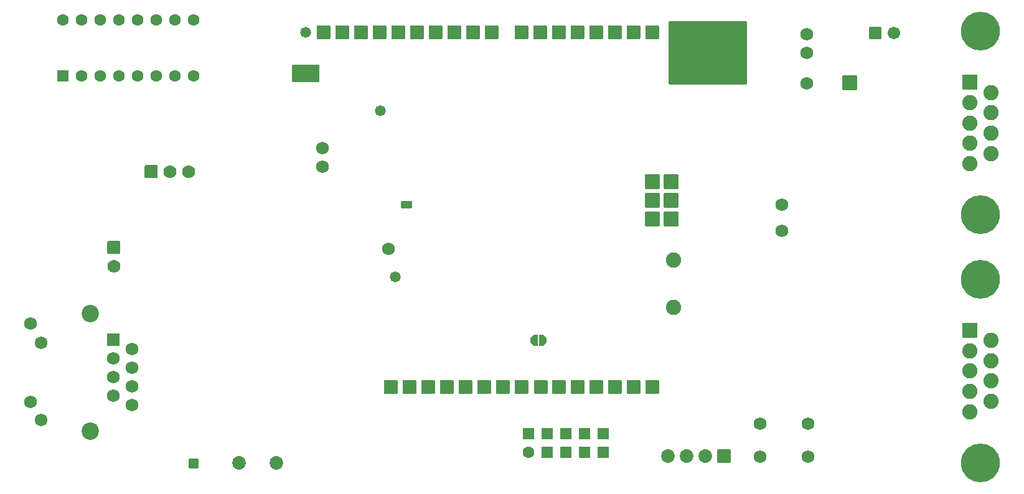
<source format=gbs>
G04 Layer: BottomSolderMaskLayer*
G04 EasyEDA v6.5.14, 2022-08-20 18:05:41*
G04 71264d21e31249e380a866b4b6076d16,6126cb6f80e34288b1b51c63ee1abbf7,10*
G04 Gerber Generator version 0.2*
G04 Scale: 100 percent, Rotated: No, Reflected: No *
G04 Dimensions in millimeters *
G04 leading zeros omitted , absolute positions ,4 integer and 5 decimal *
%FSLAX45Y45*%
%MOMM*%

%AMMACRO1*1,1,$1,$2,$3*1,1,$1,$4,$5*1,1,$1,0-$2,0-$3*1,1,$1,0-$4,0-$5*20,1,$1,$2,$3,$4,$5,0*20,1,$1,$4,$5,0-$2,0-$3,0*20,1,$1,0-$2,0-$3,0-$4,0-$5,0*20,1,$1,0-$4,0-$5,$2,$3,0*4,1,4,$2,$3,$4,$5,0-$2,0-$3,0-$4,0-$5,$2,$3,0*%
%AMMACRO2*4,1,6,-0.0521,-0.7264,-0.5143,-0.2692,-0.5143,0.2692,-0.0521,0.7264,0.5143,0.7264,0.5143,-0.7264,-0.0521,-0.7264,0*%
%AMMACRO3*4,1,6,-0.5144,-0.7264,-0.5144,0.7264,0.0521,0.7264,0.5144,0.2819,0.5144,-0.254,0.0546,-0.7264,-0.5144,-0.7264,0*%
%ADD10MACRO1,0.2032X5.2516X-4.21X-5.2516X-4.21*%
%ADD11MACRO1,0.2032X-0.5499X0.5994X0.5499X0.5994*%
%ADD12MACRO1,0.2032X-1.7526X1.0795X1.7526X1.0795*%
%ADD13MACRO1,0.2032X-0.635X0.381X0.635X0.381*%
%ADD14MACRO1,0.2032X0.7874X0.7874X0.7874X-0.7874*%
%ADD15C,1.7780*%
%ADD16C,1.7272*%
%ADD17MACRO1,0.2032X-0.7874X0.7874X0.7874X0.7874*%
%ADD18C,1.8542*%
%ADD19C,1.7018*%
%ADD20MACRO1,0.2032X-0.7493X0.7493X0.7493X0.7493*%
%ADD21MACRO1,0.2032X0.8255X0.8255X0.8255X-0.8255*%
%ADD22MACRO1,0.2032X-0.6985X0.6985X0.6985X0.6985*%
%ADD23C,1.6002*%
%ADD24C,2.0828*%
%ADD25C,1.6027*%
%ADD26MACRO1,0.2032X-0.6998X0.6998X0.6998X0.6998*%
%ADD27MACRO1,0.2032X0.762X0.762X0.762X-0.762*%
%ADD28C,1.7232*%
%ADD29C,2.3622*%
%ADD30MACRO1,0.2032X0.9398X0.9398X0.9398X-0.9398*%
%ADD31C,5.2832*%
%ADD32MACRO1,0.2032X-0.8382X0.8382X0.8382X0.8382*%
%ADD33MACRO1,0.2032X-0.889X0.889X0.889X0.889*%
%ADD34MACRO2*%
%ADD35MACRO3*%
%ADD36C,1.4732*%

%LPD*%
D10*
G01*
X9664992Y-1934997D03*
D11*
G01*
X2667127Y-7518400D03*
D12*
G01*
X4191000Y-2209800D03*
D13*
G01*
X5562600Y-4000500D03*
D14*
G01*
X1587500Y-4584700D03*
D15*
G01*
X1587500Y-4838700D03*
D16*
G01*
X10374122Y-6976110D03*
G01*
X11024108Y-6976110D03*
G01*
X10374122Y-7426197D03*
G01*
X11024108Y-7426197D03*
D15*
G01*
X2599690Y-3550157D03*
G01*
X2345689Y-3550157D03*
D17*
G01*
X2091689Y-3550157D03*
D18*
G01*
X3797045Y-7510018D03*
G01*
X3289045Y-7510018D03*
D16*
G01*
X4424679Y-3223005D03*
G01*
X4424679Y-3477005D03*
G01*
X10674858Y-3997197D03*
G01*
X10674858Y-4352797D03*
G01*
X11010900Y-1676400D03*
G01*
X11010900Y-1930400D03*
D19*
G01*
X12192000Y-1663700D03*
D20*
G01*
X11938000Y-1663700D03*
D21*
G01*
X9883902Y-7416800D03*
D18*
G01*
X9629902Y-7416800D03*
G01*
X9375902Y-7416800D03*
G01*
X9121902Y-7416800D03*
D22*
G01*
X890270Y-2241042D03*
D23*
G01*
X1144270Y-2241042D03*
G01*
X1398270Y-2241042D03*
G01*
X1652270Y-2241042D03*
G01*
X1906270Y-2241042D03*
G01*
X2160270Y-2241042D03*
G01*
X2414270Y-2241042D03*
G01*
X2668270Y-2241042D03*
G01*
X2668270Y-1479042D03*
G01*
X2414270Y-1479042D03*
G01*
X2160270Y-1479042D03*
G01*
X1906270Y-1479042D03*
G01*
X1652270Y-1479042D03*
G01*
X1398270Y-1479042D03*
G01*
X1144270Y-1479042D03*
G01*
X890270Y-1479042D03*
D24*
G01*
X9194800Y-5397500D03*
G01*
X9194800Y-4747260D03*
D25*
G01*
X7227061Y-7370318D03*
D26*
G01*
X7227188Y-7116444D03*
G01*
X7481188Y-7370444D03*
G01*
X7481188Y-7116444D03*
G01*
X7735188Y-7370444D03*
G01*
X7735188Y-7116444D03*
G01*
X7989188Y-7370444D03*
G01*
X7989188Y-7116444D03*
G01*
X8243188Y-7370444D03*
G01*
X8243188Y-7116444D03*
D27*
G01*
X1579879Y-5831839D03*
D16*
G01*
X1833879Y-5958839D03*
G01*
X1579879Y-6085839D03*
G01*
X1833879Y-6212839D03*
G01*
X1579879Y-6339839D03*
G01*
X1833879Y-6466839D03*
G01*
X1579879Y-6593839D03*
G01*
X1833879Y-6720839D03*
G01*
X454660Y-5615939D03*
D28*
G01*
X594868Y-5876289D03*
D16*
G01*
X454660Y-6682739D03*
D28*
G01*
X594868Y-6926326D03*
D29*
G01*
X1262379Y-5476239D03*
G01*
X1262379Y-7076439D03*
D30*
G01*
X13231621Y-2331465D03*
D24*
G01*
X13231622Y-2608326D03*
G01*
X13231622Y-2885186D03*
G01*
X13231622Y-3162045D03*
G01*
X13231622Y-3438905D03*
G01*
X13516102Y-2471165D03*
G01*
X13516102Y-2748026D03*
G01*
X13516102Y-3022345D03*
G01*
X13516102Y-3299205D03*
D31*
G01*
X13373861Y-1635505D03*
G01*
X13373861Y-4134865D03*
D30*
G01*
X13231621Y-5706364D03*
D24*
G01*
X13231622Y-5983223D03*
G01*
X13231622Y-6260084D03*
G01*
X13231622Y-6536944D03*
G01*
X13231622Y-6813804D03*
G01*
X13516102Y-5846063D03*
G01*
X13516102Y-6122923D03*
G01*
X13516102Y-6397244D03*
G01*
X13516102Y-6674104D03*
D31*
G01*
X13373861Y-5010404D03*
G01*
X13373861Y-7509763D03*
D32*
G01*
X7895081Y-1649984D03*
G01*
X7641081Y-6475984D03*
G01*
X8149081Y-1649984D03*
G01*
X8403081Y-1649984D03*
G01*
X8657081Y-1649984D03*
G01*
X8911081Y-1649984D03*
G01*
X7641081Y-1649984D03*
G01*
X7387081Y-1649984D03*
G01*
X7133081Y-1649984D03*
G01*
X6726681Y-1649984D03*
G01*
X6472681Y-1649984D03*
G01*
X6218681Y-1649984D03*
G01*
X5964681Y-1649984D03*
G01*
X5710681Y-1649984D03*
G01*
X5456681Y-1649984D03*
G01*
X5202681Y-1649984D03*
G01*
X4948681Y-1649984D03*
G01*
X7895081Y-6475984D03*
G01*
X8149081Y-6475984D03*
G01*
X8403081Y-6475984D03*
G01*
X8657081Y-6475984D03*
G01*
X8911081Y-6475984D03*
G01*
X7133081Y-6475984D03*
G01*
X6879081Y-6475984D03*
G01*
X6625081Y-6475984D03*
G01*
X6371081Y-6475984D03*
G01*
X6117081Y-6475984D03*
G01*
X5863081Y-6475984D03*
G01*
X4694681Y-1649984D03*
G01*
X4440681Y-1649984D03*
G01*
X5609081Y-6475984D03*
G01*
X5355081Y-6475984D03*
D33*
G01*
X9165081Y-3935984D03*
G01*
X8911081Y-3935984D03*
G01*
X8911081Y-3681984D03*
G01*
X9165081Y-3681984D03*
G01*
X9165081Y-4189984D03*
G01*
X8911081Y-4189984D03*
D34*
G01*
X7303643Y-5844539D03*
D35*
G01*
X7421244Y-5844539D03*
D36*
G01*
X5207000Y-2717800D03*
G01*
X5410200Y-4978400D03*
D16*
G01*
X5321300Y-4597400D03*
D36*
G01*
X4191000Y-1651000D03*
D32*
G01*
X7391400Y-6477000D03*
D33*
G01*
X11595100Y-2336800D03*
D16*
G01*
X11010900Y-2349500D03*
M02*

</source>
